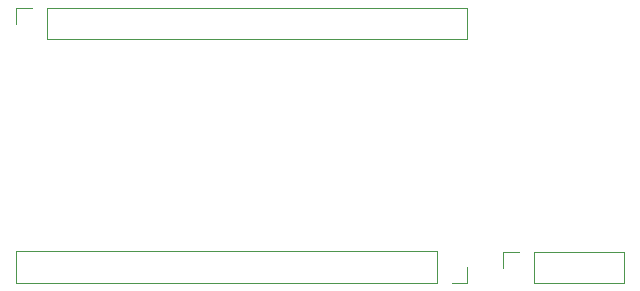
<source format=gbr>
%TF.GenerationSoftware,KiCad,Pcbnew,8.0.8*%
%TF.CreationDate,2025-01-31T11:20:25+01:00*%
%TF.ProjectId,RP2040_Template,52503230-3430-45f5-9465-6d706c617465,rev?*%
%TF.SameCoordinates,Original*%
%TF.FileFunction,Legend,Bot*%
%TF.FilePolarity,Positive*%
%FSLAX46Y46*%
G04 Gerber Fmt 4.6, Leading zero omitted, Abs format (unit mm)*
G04 Created by KiCad (PCBNEW 8.0.8) date 2025-01-31 11:20:25*
%MOMM*%
%LPD*%
G01*
G04 APERTURE LIST*
%ADD10C,0.120000*%
%ADD11C,0.650000*%
%ADD12O,2.100000X1.000000*%
%ADD13O,1.600000X1.000000*%
%ADD14R,1.700000X1.700000*%
%ADD15O,1.700000X1.700000*%
G04 APERTURE END LIST*
D10*
%TO.C,J5*%
X128610000Y-98540000D02*
X129940000Y-98540000D01*
X128610000Y-99870000D02*
X128610000Y-98540000D01*
X131210000Y-101200000D02*
X131210000Y-98540000D01*
X138890000Y-98540000D02*
X131210000Y-98540000D01*
X138890000Y-101200000D02*
X131210000Y-101200000D01*
X138890000Y-101200000D02*
X138890000Y-98540000D01*
%TO.C,J2*%
X87380000Y-98470000D02*
X87380000Y-101130000D01*
X87380000Y-98470000D02*
X123000000Y-98470000D01*
X87380000Y-101130000D02*
X123000000Y-101130000D01*
X123000000Y-98470000D02*
X123000000Y-101130000D01*
X125600000Y-99800000D02*
X125600000Y-101130000D01*
X125600000Y-101130000D02*
X124270000Y-101130000D01*
%TO.C,J1*%
X87390000Y-77870000D02*
X88720000Y-77870000D01*
X87390000Y-79200000D02*
X87390000Y-77870000D01*
X89990000Y-80530000D02*
X89990000Y-77870000D01*
X125610000Y-77870000D02*
X89990000Y-77870000D01*
X125610000Y-80530000D02*
X89990000Y-80530000D01*
X125610000Y-80530000D02*
X125610000Y-77870000D01*
%TD*%
%LPC*%
D11*
%TO.C,J3*%
X134470000Y-93520000D03*
X134470000Y-87740000D03*
D12*
X133970000Y-94950000D03*
D13*
X138150000Y-94950000D03*
D12*
X133970000Y-86310000D03*
D13*
X138150000Y-86310000D03*
%TD*%
D14*
%TO.C,J5*%
X129940000Y-99870000D03*
D15*
X132480000Y-99870000D03*
X135020000Y-99870000D03*
X137560000Y-99870000D03*
%TD*%
D14*
%TO.C,J2*%
X124270000Y-99800000D03*
D15*
X121730000Y-99800000D03*
X119190000Y-99800000D03*
X116650000Y-99800000D03*
X114110000Y-99800000D03*
X111570000Y-99800000D03*
X109030000Y-99800000D03*
X106490000Y-99800000D03*
X103950000Y-99800000D03*
X101410000Y-99800000D03*
X98870000Y-99800000D03*
X96330000Y-99800000D03*
X93790000Y-99800000D03*
X91250000Y-99800000D03*
X88710000Y-99800000D03*
%TD*%
D14*
%TO.C,J1*%
X88720000Y-79200000D03*
D15*
X91260000Y-79200000D03*
X93800000Y-79200000D03*
X96340000Y-79200000D03*
X98880000Y-79200000D03*
X101420000Y-79200000D03*
X103960000Y-79200000D03*
X106500000Y-79200000D03*
X109040000Y-79200000D03*
X111580000Y-79200000D03*
X114120000Y-79200000D03*
X116660000Y-79200000D03*
X119200000Y-79200000D03*
X121740000Y-79200000D03*
X124280000Y-79200000D03*
%TD*%
%LPD*%
M02*

</source>
